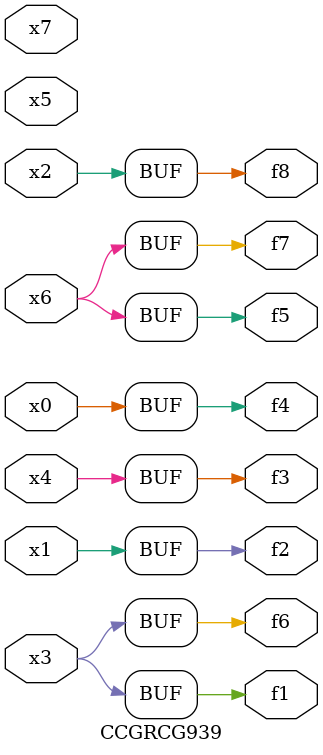
<source format=v>
module CCGRCG939(
	input x0, x1, x2, x3, x4, x5, x6, x7,
	output f1, f2, f3, f4, f5, f6, f7, f8
);
	assign f1 = x3;
	assign f2 = x1;
	assign f3 = x4;
	assign f4 = x0;
	assign f5 = x6;
	assign f6 = x3;
	assign f7 = x6;
	assign f8 = x2;
endmodule

</source>
